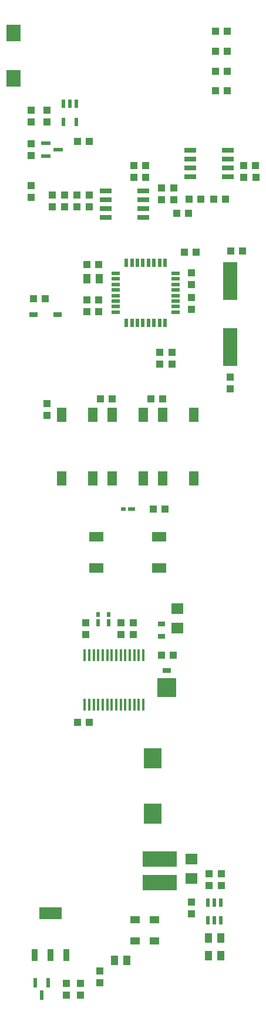
<source format=gbr>
G04 EAGLE Gerber RS-274X export*
G75*
%MOMM*%
%FSLAX34Y34*%
%LPD*%
%INSolderpaste Top*%
%IPPOS*%
%AMOC8*
5,1,8,0,0,1.08239X$1,22.5*%
G01*
%ADD10R,1.370000X1.120000*%
%ADD11R,4.900000X2.300000*%
%ADD12R,0.500000X1.050000*%
%ADD13R,0.500000X0.700000*%
%ADD14R,1.050000X0.500000*%
%ADD15R,0.700000X0.500000*%
%ADD16R,2.500000X3.000000*%
%ADD17R,1.320800X0.558800*%
%ADD18R,0.558800X1.320800*%
%ADD19R,0.900000X1.800000*%
%ADD20R,3.200000X1.800000*%
%ADD21R,1.000000X1.100000*%
%ADD22R,1.100000X1.000000*%
%ADD23R,1.400000X2.100000*%
%ADD24R,2.100000X2.400000*%
%ADD25R,2.100000X1.400000*%
%ADD26R,1.800000X0.650000*%
%ADD27R,0.558800X1.270000*%
%ADD28R,0.600000X1.250000*%
%ADD29R,1.270000X0.558800*%
%ADD30R,0.450000X1.800000*%
%ADD31R,2.000000X5.500000*%
%ADD32R,1.110000X1.470000*%
%ADD33R,1.800000X1.600000*%
%ADD34R,1.070000X0.770000*%
%ADD35R,1.200000X0.750000*%
%ADD36R,1.270000X0.762000*%
%ADD37R,2.700000X2.800000*%
%ADD38R,1.140000X1.470000*%


D10*
X208280Y167400D03*
X208280Y137400D03*
X236220Y167400D03*
X236220Y137400D03*
D11*
X243840Y220998D03*
X243840Y254998D03*
D12*
X154940Y594622D03*
D13*
X154940Y605782D03*
D12*
X170180Y594622D03*
D13*
X170180Y605782D03*
D14*
X202684Y757682D03*
D15*
X191524Y757682D03*
D16*
X233680Y319918D03*
X233680Y399918D03*
D17*
X79448Y1283843D03*
X79448Y1264793D03*
X97373Y1274318D03*
D18*
X83185Y77270D03*
X64135Y77270D03*
X73660Y59346D03*
D19*
X63360Y116558D03*
X86360Y116558D03*
X109360Y116558D03*
D20*
X86360Y176558D03*
D21*
X332740Y233798D03*
X332740Y216798D03*
X58420Y1331078D03*
X58420Y1314078D03*
X58420Y1282818D03*
X58420Y1265818D03*
D22*
X138820Y1058418D03*
X155820Y1058418D03*
X61604Y1059688D03*
X78604Y1059688D03*
X279536Y1126744D03*
X296536Y1126744D03*
D21*
X81026Y909438D03*
X81026Y892438D03*
D22*
X157870Y915670D03*
X174870Y915670D03*
X231022Y915670D03*
X248022Y915670D03*
D21*
X137160Y577478D03*
X137160Y594478D03*
X106680Y1209158D03*
X106680Y1192158D03*
X187960Y577478D03*
X187960Y594478D03*
X261620Y983098D03*
X261620Y966098D03*
X243840Y983098D03*
X243840Y966098D03*
X157480Y77098D03*
X157480Y94098D03*
D22*
X251324Y757682D03*
X234324Y757682D03*
X324240Y1358646D03*
X341240Y1358646D03*
X341240Y1387094D03*
X324240Y1387094D03*
D21*
X109220Y59318D03*
X109220Y76318D03*
X81280Y1331078D03*
X81280Y1314078D03*
X223012Y1251576D03*
X223012Y1234576D03*
X206248Y1234576D03*
X206248Y1251576D03*
D22*
X268360Y1182878D03*
X285360Y1182878D03*
X286140Y1203198D03*
X303140Y1203198D03*
X382134Y1234440D03*
X365134Y1234440D03*
X364880Y1251458D03*
X381880Y1251458D03*
D21*
X314960Y216798D03*
X314960Y233798D03*
D23*
X101960Y802098D03*
X101960Y893098D03*
X146960Y802098D03*
X146960Y893098D03*
X174960Y802098D03*
X174960Y893098D03*
X219960Y802098D03*
X219960Y893098D03*
X247960Y802098D03*
X247960Y893098D03*
X292960Y802098D03*
X292960Y893098D03*
D24*
X33020Y1442192D03*
X33020Y1376192D03*
D25*
X151960Y717698D03*
X242960Y717698D03*
X151960Y672698D03*
X242960Y672698D03*
D26*
X165920Y1214628D03*
X165920Y1201928D03*
X165920Y1189228D03*
X165920Y1176528D03*
X220160Y1176528D03*
X220160Y1189228D03*
X220160Y1201928D03*
X220160Y1214628D03*
X287840Y1273048D03*
X287840Y1260348D03*
X287840Y1247648D03*
X287840Y1234948D03*
X342080Y1234948D03*
X342080Y1247648D03*
X342080Y1260348D03*
X342080Y1273048D03*
D27*
X123444Y1340104D03*
X114046Y1340104D03*
X104648Y1340104D03*
X104648Y1314196D03*
X123444Y1314196D03*
D28*
X313080Y167078D03*
X322580Y167078D03*
X332080Y167078D03*
X332080Y192078D03*
X322580Y192078D03*
X313080Y192078D03*
D29*
X266446Y1040578D03*
X266446Y1048578D03*
X266446Y1056578D03*
X266446Y1064578D03*
X266446Y1072578D03*
X266446Y1080578D03*
X266446Y1088578D03*
X266446Y1096578D03*
D27*
X251520Y1111504D03*
X243520Y1111504D03*
X235520Y1111504D03*
X227520Y1111504D03*
X219520Y1111504D03*
X211520Y1111504D03*
X203520Y1111504D03*
X195520Y1111504D03*
D29*
X180594Y1096578D03*
X180594Y1088578D03*
X180594Y1080578D03*
X180594Y1072578D03*
X180594Y1064578D03*
X180594Y1056578D03*
X180594Y1048578D03*
X180594Y1040578D03*
D27*
X195520Y1025652D03*
X203520Y1025652D03*
X211520Y1025652D03*
X219520Y1025652D03*
X227520Y1025652D03*
X235520Y1025652D03*
X243520Y1025652D03*
X251520Y1025652D03*
D30*
X135550Y476818D03*
X142050Y476818D03*
X148550Y476818D03*
X155050Y476818D03*
X161550Y476818D03*
X168050Y476818D03*
X174550Y476818D03*
X181050Y476818D03*
X187550Y476818D03*
X194050Y476818D03*
X200550Y476818D03*
X207050Y476818D03*
X213550Y476818D03*
X220050Y476818D03*
X220050Y547818D03*
X213550Y547818D03*
X207050Y547818D03*
X200550Y547818D03*
X194050Y547818D03*
X187550Y547818D03*
X181050Y547818D03*
X174550Y547818D03*
X168050Y547818D03*
X161550Y547818D03*
X155050Y547818D03*
X148550Y547818D03*
X142050Y547818D03*
X135550Y547818D03*
D31*
X345440Y1085598D03*
X345440Y990598D03*
D21*
X88900Y1209158D03*
X88900Y1192158D03*
X124460Y1209158D03*
X124460Y1192158D03*
X246380Y1202318D03*
X246380Y1219318D03*
X289560Y193158D03*
X289560Y176158D03*
D22*
X155820Y1109218D03*
X138820Y1109218D03*
D21*
X289560Y1061838D03*
X289560Y1044838D03*
X289560Y1080398D03*
X289560Y1097398D03*
D22*
X246262Y547878D03*
X263262Y547878D03*
D21*
X205740Y577478D03*
X205740Y594478D03*
D22*
X142104Y450850D03*
X125104Y450850D03*
D21*
X58420Y1222620D03*
X58420Y1205620D03*
X142240Y1192158D03*
X142240Y1209158D03*
D22*
X321700Y1203198D03*
X338700Y1203198D03*
D21*
X264160Y1202318D03*
X264160Y1219318D03*
X345440Y930284D03*
X345440Y947284D03*
D22*
X363338Y1128268D03*
X346338Y1128268D03*
D32*
X313580Y141478D03*
X331580Y141478D03*
X196198Y109220D03*
X178198Y109220D03*
D33*
X268986Y586710D03*
X268986Y614710D03*
X289560Y254538D03*
X289560Y226538D03*
D34*
X246380Y592438D03*
X246380Y574438D03*
D35*
X95994Y1036828D03*
X61994Y1036828D03*
D36*
X254000Y525318D03*
D37*
X254000Y501396D03*
D38*
X138420Y1088898D03*
X156220Y1088898D03*
D22*
X141850Y1285658D03*
X124850Y1285658D03*
D21*
X129540Y59318D03*
X129540Y76318D03*
D32*
X313580Y116078D03*
X331580Y116078D03*
D22*
X138820Y1041400D03*
X155820Y1041400D03*
X341240Y1415542D03*
X324240Y1415542D03*
X324240Y1443990D03*
X341240Y1443990D03*
M02*

</source>
